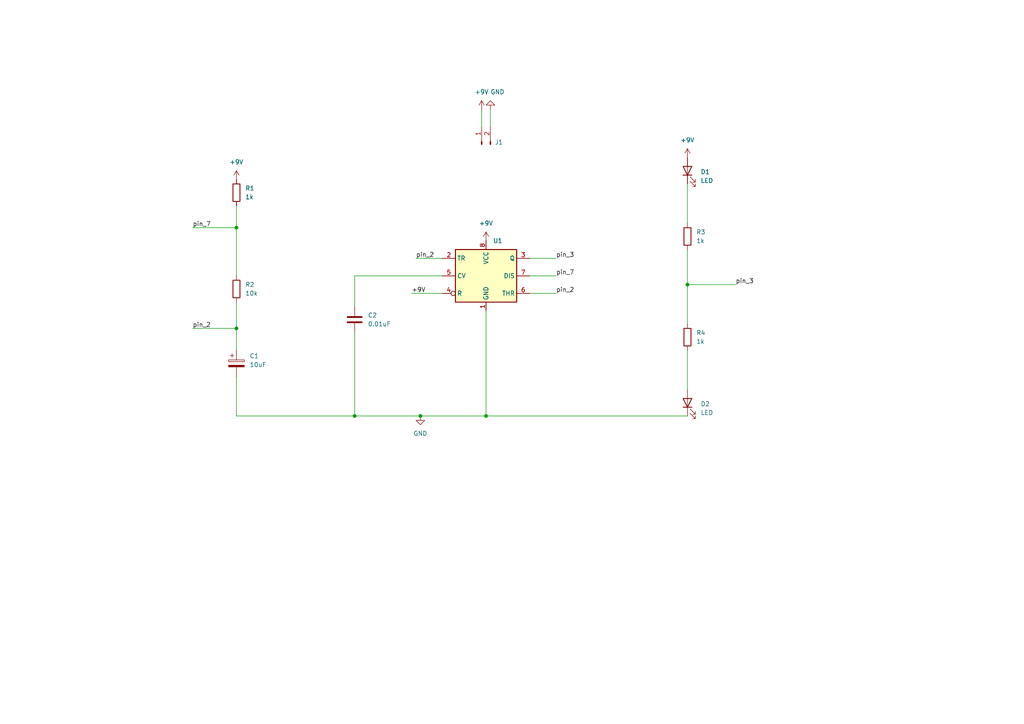
<source format=kicad_sch>
(kicad_sch (version 20211123) (generator eeschema)
  (paper "A4")
  (title_block (title "Exercise 2 - 555 Timer Circuit"))
  (lib_symbols
    (symbol "Connector:Conn_01x02_Male" (pin_names (offset 1.016) hide)
      (property "Reference" "J" (at 0 2.54 0))
      (property "Value" "Conn_01x02_Male" (at 0 -5.08 0))
      (symbol "Conn_01x02_Male_1_1"
        (polyline (pts (xy 1.27 -2.54) (xy 0.8636 -2.54)) (stroke (width 0.1524)))
        (polyline (pts (xy 1.27 0) (xy 0.8636 0)) (stroke (width 0.1524)))
        (rectangle (start 0.8636 -2.413) (end 0 -2.667) (stroke (width 0.1524)) (fill (type outline)))
        (rectangle (start 0.8636 0.127) (end 0 -0.127) (stroke (width 0.1524)) (fill (type outline)))
        (pin passive line (at 5.08 0 180) (length 3.81) (name "Pin_1") (number "1"))
        (pin passive line (at 5.08 -2.54 180) (length 3.81) (name "Pin_2") (number "2"))
      )
    )
    (symbol "Device:C" (pin_numbers hide) (pin_names (offset 0.254))
      (property "Reference" "C" (at 0.635 2.54 0))
      (property "Value" "C" (at 0.635 -2.54 0))
      (symbol "C_0_1"
        (polyline (pts (xy -2.032 -0.762) (xy 2.032 -0.762)) (stroke (width 0.508)))
        (polyline (pts (xy -2.032 0.762) (xy 2.032 0.762)) (stroke (width 0.508)))
      )
      (symbol "C_1_1"
        (pin passive line (at 0 3.81 270) (length 2.794) (name "~") (number "1"))
        (pin passive line (at 0 -3.81 90) (length 2.794) (name "~") (number "2"))
      )
    )
    (symbol "Device:C_Polarized" (pin_numbers hide) (pin_names (offset 0.254))
      (property "Reference" "C" (at 0.635 2.54 0))
      (property "Value" "C_Polarized" (at 0.635 -2.54 0))
      (symbol "C_Polarized_0_1"
        (rectangle (start -2.286 0.508) (end 2.286 1.016))
        (polyline (pts (xy -1.778 2.286) (xy -0.762 2.286)))
        (polyline (pts (xy -1.27 2.794) (xy -1.27 1.778)))
        (rectangle (start 2.286 -0.508) (end -2.286 -1.016) (fill (type outline)))
      )
      (symbol "C_Polarized_1_1"
        (pin passive line (at 0 3.81 270) (length 2.794) (name "~") (number "1"))
        (pin passive line (at 0 -3.81 90) (length 2.794) (name "~") (number "2"))
      )
    )
    (symbol "Device:LED" (pin_numbers hide) (pin_names (offset 1.016) hide)
      (property "Reference" "D" (at 0 2.54 0))
      (property "Value" "LED" (at 0 -2.54 0))
      (symbol "LED_0_1"
        (polyline (pts (xy -1.27 -1.27) (xy -1.27 1.27)) (stroke (width 0.254)))
        (polyline (pts (xy -1.27 0) (xy 1.27 0)))
        (polyline (pts (xy 1.27 -1.27) (xy 1.27 1.27) (xy -1.27 0) (xy 1.27 -1.27)) (stroke (width 0.254)))
        (polyline (pts (xy -3.048 -0.762) (xy -4.572 -2.286) (xy -3.81 -2.286) (xy -4.572 -2.286) (xy -4.572 -1.524)))
        (polyline (pts (xy -1.778 -0.762) (xy -3.302 -2.286) (xy -2.54 -2.286) (xy -3.302 -2.286) (xy -3.302 -1.524)))
      )
      (symbol "LED_1_1"
        (pin passive line (at -3.81 0 0) (length 2.54) (name "K") (number "1"))
        (pin passive line (at 3.81 0 180) (length 2.54) (name "A") (number "2"))
      )
    )
    (symbol "Device:R" (pin_numbers hide) (pin_names (offset 0))
      (property "Reference" "R" (at 2.032 0 90))
      (property "Value" "R" (at 0 0 90))
      (symbol "R_0_1"
        (rectangle (start -1.016 -2.54) (end 1.016 2.54) (stroke (width 0.254)))
      )
      (symbol "R_1_1"
        (pin passive line (at 0 3.81 270) (length 1.27) (name "~") (number "1"))
        (pin passive line (at 0 -3.81 90) (length 1.27) (name "~") (number "2"))
      )
    )
    (symbol "Timer:NE555D"
      (property "Reference" "U" (at -10.16 8.89 0))
      (property "Value" "NE555D" (at 2.54 8.89 0))
      (symbol "NE555D_0_0"
        (pin power_in line (at 0 -10.16 90) (length 2.54) (name "GND") (number "1"))
        (pin power_in line (at 0 10.16 270) (length 2.54) (name "VCC") (number "8"))
      )
      (symbol "NE555D_0_1"
        (rectangle (start -8.89 -7.62) (end 8.89 7.62) (stroke (width 0.254)) (fill (type background)))
        (rectangle (start -8.89 -7.62) (end 8.89 7.62) (stroke (width 0.254)) (fill (type background)))
      )
      (symbol "NE555D_1_1"
        (pin input line (at -12.7 5.08 0) (length 3.81) (name "TR") (number "2"))
        (pin output line (at 12.7 5.08 180) (length 3.81) (name "Q") (number "3"))
        (pin input inverted (at -12.7 -5.08 0) (length 3.81) (name "R") (number "4"))
        (pin input line (at -12.7 0 0) (length 3.81) (name "CV") (number "5"))
        (pin input line (at 12.7 -5.08 180) (length 3.81) (name "THR") (number "6"))
        (pin input line (at 12.7 0 180) (length 3.81) (name "DIS") (number "7"))
      )
    )
    (symbol "power:+9V" (power) (pin_names (offset 0))
      (property "Value" "+9V" (at 0 3.556 0))
      (symbol "+9V_0_1"
        (polyline (pts (xy -0.762 1.27) (xy 0 2.54)))
        (polyline (pts (xy 0 0) (xy 0 2.54)))
        (polyline (pts (xy 0 2.54) (xy 0.762 1.27)))
      )
      (symbol "+9V_1_1"
        (pin power_in line (at 0 0 90) (length 0) hide (name "+9V") (number "1"))
      )
    )
    (symbol "power:GND" (power) (pin_names (offset 0))
      (property "Value" "GND" (at 0 -3.81 0))
      (symbol "GND_0_1"
        (polyline (pts (xy 0 0) (xy 0 -1.27) (xy 1.27 -1.27) (xy 0 -2.54) (xy -1.27 -1.27) (xy 0 -1.27)))
      )
      (symbol "GND_1_1"
        (pin power_in line (at 0 0 270) (length 0) hide (name "GND") (number "1"))
      )
    )
  )
  (junction (at 199.39 82.55))
  (junction (at 68.58 66.04))
  (junction (at 68.58 95.25))
  (junction (at 102.87 120.65))
  (junction (at 140.97 120.65))
  (junction (at 121.92 120.65))
  (wire (pts (xy 68.58 87.63) (xy 68.58 95.25)))
  (wire (pts (xy 121.92 120.65) (xy 140.97 120.65)))
  (wire (pts (xy 153.67 80.01) (xy 161.29 80.01)))
  (wire (pts (xy 102.87 120.65) (xy 121.92 120.65)))
  (wire (pts (xy 68.58 120.65) (xy 102.87 120.65)))
  (wire (pts (xy 199.39 72.39) (xy 199.39 82.55)))
  (wire (pts (xy 55.88 95.25) (xy 68.58 95.25)))
  (wire (pts (xy 68.58 59.69) (xy 68.58 66.04)))
  (wire (pts (xy 199.39 53.34) (xy 199.39 64.77)))
  (wire (pts (xy 153.67 74.93) (xy 161.29 74.93)))
  (wire (pts (xy 142.24 31.75) (xy 142.24 36.83)))
  (wire (pts (xy 102.87 96.52) (xy 102.87 120.65)))
  (wire (pts (xy 140.97 90.17) (xy 140.97 120.65)))
  (wire (pts (xy 68.58 66.04) (xy 68.58 80.01)))
  (wire (pts (xy 153.67 85.09) (xy 161.29 85.09)))
  (wire (pts (xy 102.87 80.01) (xy 128.27 80.01)))
  (wire (pts (xy 102.87 88.9) (xy 102.87 80.01)))
  (wire (pts (xy 199.39 101.6) (xy 199.39 113.03)))
  (wire (pts (xy 68.58 95.25) (xy 68.58 101.6)))
  (wire (pts (xy 140.97 120.65) (xy 199.39 120.65)))
  (wire (pts (xy 199.39 82.55) (xy 213.36 82.55)))
  (wire (pts (xy 119.38 85.09) (xy 128.27 85.09)))
  (wire (pts (xy 55.88 66.04) (xy 68.58 66.04)))
  (wire (pts (xy 68.58 109.22) (xy 68.58 120.65)))
  (wire (pts (xy 120.65 74.93) (xy 128.27 74.93)))
  (wire (pts (xy 139.7 31.75) (xy 139.7 36.83)))
  (wire (pts (xy 199.39 82.55) (xy 199.39 93.98)))
  (label "pin_2" (at 120.65 74.93 0))
  (label "pin_7" (at 161.29 80.01 0))
  (label "+9V" (at 119.38 85.09 0))
  (label "pin_2" (at 161.29 85.09 0))
  (label "pin_2" (at 55.88 95.25 0))
  (label "pin_3" (at 161.29 74.93 0))
  (label "pin_3" (at 213.36 82.55 0))
  (label "pin_7" (at 55.88 66.04 0))
  (symbol (lib_id "Device:C_Polarized") (at 68.58 105.41 0) (unit 1)
    (property "Reference" "C1" (at 72.39 103.2509 0) (effects (justify left)))
    (property "Value" "10uF" (at 72.39 105.7909 0) (effects (justify left)))
  )
  (symbol (lib_id "Device:R") (at 68.58 55.88 0) (unit 1)
    (property "Reference" "R1" (at 71.12 54.6099 0) (effects (justify left)))
    (property "Value" "1k" (at 71.12 57.1499 0) (effects (justify left)))
  )
  (symbol (lib_id "power:+9V") (at 68.58 52.07 0) (unit 1)
    (property "Reference" "#PWR04" (effects hide))
    (property "Value" "+9V" (at 68.58 46.99 0))
  )
  (symbol (lib_id "Device:LED") (at 199.39 116.84 90) (unit 1)
    (property "Reference" "D2" (at 203.2 117.1574 90) (effects (justify right)))
    (property "Value" "LED" (at 203.2 119.6974 90) (effects (justify right)))
  )
  (symbol (lib_id "power:GND") (at 142.24 31.75 180) (unit 1)
    (property "Reference" "#PWR02" (effects hide))
    (property "Value" "GND" (at 142.24 26.67 0) (effects (justify right)))
  )
  (symbol (lib_id "power:+9V") (at 140.97 69.85 0) (unit 1)
    (property "Reference" "#PWR05" (effects hide))
    (property "Value" "+9V" (at 140.97 64.77 0))
  )
  (symbol (lib_id "Connector:Conn_01x02_Male") (at 139.7 41.91 90) (unit 1)
    (property "Reference" "J1" (at 143.51 41.2749 90) (effects (justify right)))
    (property "Value" "Conn_01x02_Male" (effects hide))
  )
  (symbol (lib_id "Device:R") (at 68.58 83.82 0) (unit 1)
    (property "Reference" "R2" (at 71.12 82.5499 0) (effects (justify left)))
    (property "Value" "10k" (at 71.12 85.0899 0) (effects (justify left)))
  )
  (symbol (lib_id "power:+9V") (at 139.7 31.75 0) (unit 1)
    (property "Reference" "#PWR01" (effects hide))
    (property "Value" "+9V" (at 139.7 26.67 0))
  )
  (symbol (lib_id "Device:C") (at 102.87 92.71 0) (unit 1)
    (property "Reference" "C2" (at 106.68 91.4399 0) (effects (justify left)))
    (property "Value" "0.01uF" (at 106.68 93.9799 0) (effects (justify left)))
  )
  (symbol (lib_id "Device:R") (at 199.39 68.58 0) (unit 1)
    (property "Reference" "R3" (at 201.93 67.3099 0) (effects (justify left)))
    (property "Value" "1k" (at 201.93 69.8499 0) (effects (justify left)))
  )
  (symbol (lib_id "power:GND") (at 121.92 120.65 0) (unit 1)
    (property "Reference" "#PWR06" (effects hide))
    (property "Value" "GND" (at 121.92 125.73 0))
  )
  (symbol (lib_id "Timer:NE555D") (at 140.97 80.01 0) (unit 1)
    (property "Reference" "U1" (at 142.9894 69.85 0) (effects (justify left)))
    (property "Value" "NE555D" (effects hide))
    (property "Footprint" "Package_SO:SOIC-8_3.9x4.9mm_P1.27mm" (effects hide))
    (property "Datasheet" "http://www.ti.com/lit/ds/symlink/ne555.pdf" (effects hide))
  )
  (symbol (lib_id "Device:R") (at 199.39 97.79 0) (unit 1)
    (property "Reference" "R4" (at 201.93 96.5199 0) (effects (justify left)))
    (property "Value" "1k" (at 201.93 99.0599 0) (effects (justify left)))
  )
  (symbol (lib_id "power:+9V") (at 199.39 45.72 0) (unit 1)
    (property "Reference" "#PWR03" (effects hide))
    (property "Value" "+9V" (at 199.39 40.64 0))
  )
  (symbol (lib_id "Device:LED") (at 199.39 49.53 90) (unit 1)
    (property "Reference" "D1" (at 203.2 49.8474 90) (effects (justify right)))
    (property "Value" "LED" (at 203.2 52.3874 90) (effects (justify right)))
  )
)
</source>
